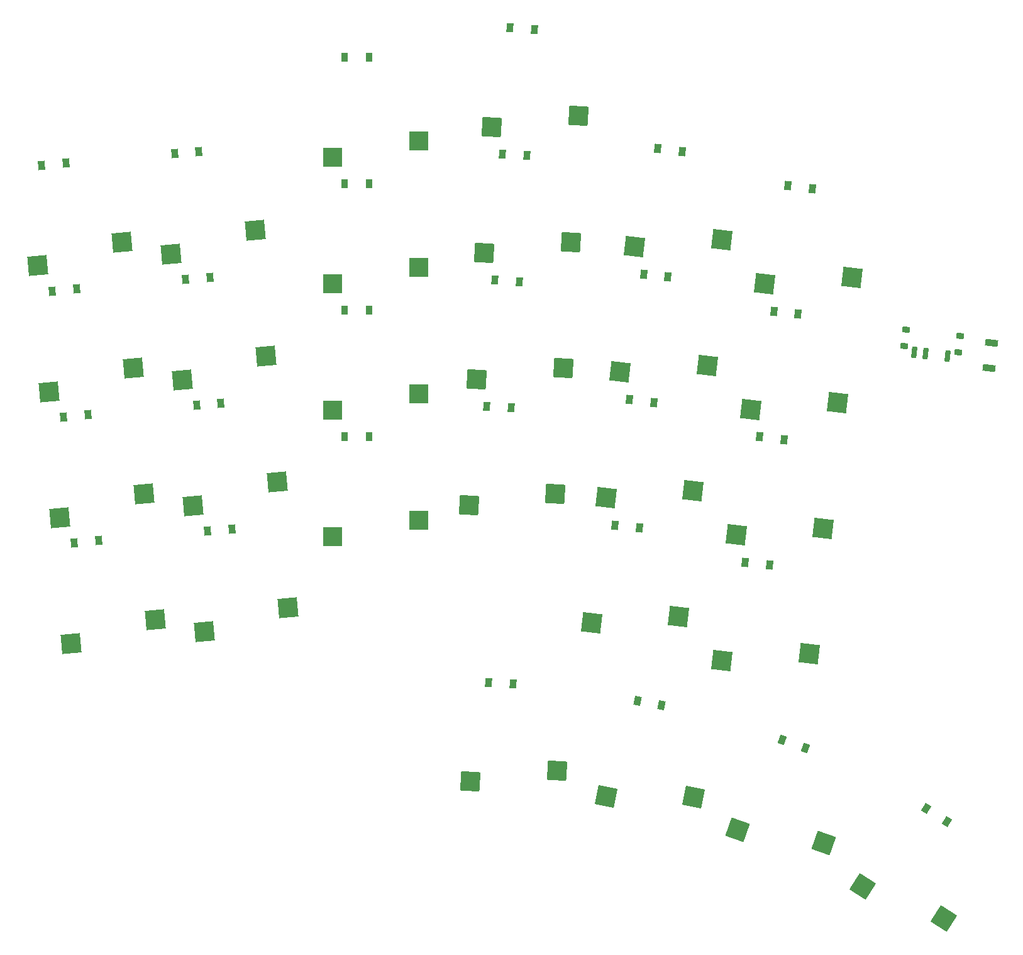
<source format=gbr>
%TF.GenerationSoftware,KiCad,Pcbnew,8.0.5-8.0.5-0~ubuntu22.04.1*%
%TF.CreationDate,2024-10-08T22:05:51+02:00*%
%TF.ProjectId,KeyboardV0,4b657962-6f61-4726-9456-302e6b696361,v1.0.0*%
%TF.SameCoordinates,Original*%
%TF.FileFunction,Paste,Top*%
%TF.FilePolarity,Positive*%
%FSLAX46Y46*%
G04 Gerber Fmt 4.6, Leading zero omitted, Abs format (unit mm)*
G04 Created by KiCad (PCBNEW 8.0.5-8.0.5-0~ubuntu22.04.1) date 2024-10-08 22:05:51*
%MOMM*%
%LPD*%
G01*
G04 APERTURE LIST*
G04 Aperture macros list*
%AMRotRect*
0 Rectangle, with rotation*
0 The origin of the aperture is its center*
0 $1 length*
0 $2 width*
0 $3 Rotation angle, in degrees counterclockwise*
0 Add horizontal line*
21,1,$1,$2,0,0,$3*%
G04 Aperture macros list end*
%ADD10RotRect,2.600000X2.600000X176.500000*%
%ADD11RotRect,2.600000X2.600000X173.500000*%
%ADD12R,0.900000X1.200000*%
%ADD13RotRect,0.900000X1.200000X353.500000*%
%ADD14RotRect,0.900000X1.200000X5.000000*%
%ADD15RotRect,2.600000X2.600000X185.000000*%
%ADD16RotRect,0.900000X1.700000X83.500000*%
%ADD17R,2.600000X2.600000*%
%ADD18RotRect,0.900000X1.200000X356.500000*%
%ADD19RotRect,2.600000X2.600000X147.500000*%
%ADD20RotRect,0.900000X1.200000X327.500000*%
%ADD21RotRect,2.600000X2.600000X168.500000*%
%ADD22RotRect,2.600000X2.600000X160.500000*%
%ADD23RotRect,0.700000X1.500000X173.500000*%
%ADD24RotRect,1.000000X0.800000X173.500000*%
%ADD25RotRect,0.900000X1.200000X340.500000*%
%ADD26RotRect,0.900000X1.200000X348.500000*%
G04 APERTURE END LIST*
D10*
%TO.C,S14*%
X204344937Y-116286539D03*
X192682176Y-117777325D03*
%TD*%
D11*
%TO.C,S20*%
X225689220Y-99049781D03*
X213964419Y-99928142D03*
%TD*%
D12*
%TO.C,D9*%
X178254947Y-125486132D03*
X174954947Y-125486128D03*
%TD*%
D13*
%TO.C,D21*%
X232151664Y-142812665D03*
X228872876Y-142439095D03*
%TD*%
D14*
%TO.C,D4*%
X137374204Y-88698738D03*
X134086762Y-88986350D03*
%TD*%
D15*
%TO.C,S5*%
X167330941Y-148565648D03*
X156016636Y-151763929D03*
%TD*%
D14*
%TO.C,D3*%
X138855851Y-105634049D03*
X135568409Y-105921661D03*
%TD*%
D13*
%TO.C,D18*%
X216531434Y-120903570D03*
X213252646Y-120530000D03*
%TD*%
D15*
%TO.C,S6*%
X165849295Y-131630337D03*
X154534990Y-134828618D03*
%TD*%
D10*
%TO.C,S25*%
X203537550Y-170438253D03*
X191874789Y-171929039D03*
%TD*%
D11*
%TO.C,S21*%
X237460540Y-154740317D03*
X225735739Y-155618678D03*
%TD*%
D16*
%TO.C,*%
X261694416Y-116286486D03*
X262079306Y-112908342D03*
%TD*%
D17*
%TO.C,S10*%
X184879947Y-119736131D03*
X173329947Y-121936131D03*
%TD*%
D14*
%TO.C,D8*%
X155305708Y-87129936D03*
X152018266Y-87417548D03*
%TD*%
D13*
%TO.C,D23*%
X236000574Y-109031220D03*
X232721786Y-108657650D03*
%TD*%
D12*
%TO.C,D12*%
X178254946Y-74486137D03*
X174954946Y-74486133D03*
%TD*%
D13*
%TO.C,D17*%
X214606976Y-137794289D03*
X211328188Y-137420719D03*
%TD*%
D11*
%TO.C,S22*%
X239384992Y-137849597D03*
X227660191Y-138727958D03*
%TD*%
%TO.C,S19*%
X223764763Y-115940502D03*
X212039962Y-116818863D03*
%TD*%
D10*
%TO.C,S15*%
X205382763Y-99318251D03*
X193720002Y-100809037D03*
%TD*%
D18*
%TO.C,D14*%
X198419092Y-104653076D03*
X195125246Y-104451616D03*
%TD*%
D11*
%TO.C,S17*%
X219915853Y-149721945D03*
X208191052Y-150600306D03*
%TD*%
D18*
%TO.C,D16*%
X200494742Y-70716494D03*
X197200896Y-70515034D03*
%TD*%
D17*
%TO.C,S9*%
X184879945Y-136736133D03*
X173329945Y-138936133D03*
%TD*%
D19*
%TO.C,S28*%
X255579422Y-190378859D03*
X244656191Y-186028511D03*
%TD*%
D15*
%TO.C,S1*%
X149399439Y-150134451D03*
X138085134Y-153332732D03*
%TD*%
D18*
%TO.C,D15*%
X199456919Y-87684785D03*
X196163073Y-87483325D03*
%TD*%
%TO.C,D25*%
X197611702Y-158804791D03*
X194317856Y-158603331D03*
%TD*%
D13*
%TO.C,D19*%
X218455889Y-104012849D03*
X215177101Y-103639279D03*
%TD*%
D11*
%TO.C,S23*%
X241309448Y-120958875D03*
X229584647Y-121837236D03*
%TD*%
D12*
%TO.C,D11*%
X178254948Y-91486135D03*
X174954948Y-91486131D03*
%TD*%
D20*
%TO.C,D28*%
X256036573Y-177331095D03*
X253253379Y-175558009D03*
%TD*%
D15*
%TO.C,S8*%
X162885999Y-97759715D03*
X151571694Y-100957996D03*
%TD*%
D10*
%TO.C,S16*%
X206420588Y-82349957D03*
X194757827Y-83840743D03*
%TD*%
D21*
%TO.C,S26*%
X221869251Y-174048520D03*
X210112512Y-173901656D03*
%TD*%
D12*
%TO.C,D10*%
X178254946Y-108486137D03*
X174954946Y-108486133D03*
%TD*%
D14*
%TO.C,D6*%
X158269003Y-121000556D03*
X154981561Y-121288168D03*
%TD*%
D13*
%TO.C,D20*%
X220380343Y-87122127D03*
X217101555Y-86748557D03*
%TD*%
D17*
%TO.C,S11*%
X184879948Y-102736131D03*
X173329948Y-104936131D03*
%TD*%
D14*
%TO.C,D5*%
X159750651Y-137935866D03*
X156463209Y-138223478D03*
%TD*%
D15*
%TO.C,S4*%
X144954495Y-99328520D03*
X133640190Y-102526801D03*
%TD*%
D10*
%TO.C,S13*%
X191644351Y-134745619D03*
X203307112Y-133254833D03*
%TD*%
D22*
%TO.C,S27*%
X239437946Y-180244082D03*
X227816062Y-178462421D03*
%TD*%
D14*
%TO.C,D1*%
X141819149Y-139504667D03*
X138531707Y-139792279D03*
%TD*%
%TO.C,D7*%
X156787356Y-104065246D03*
X153499914Y-104352858D03*
%TD*%
D11*
%TO.C,S18*%
X221840310Y-132831223D03*
X210115509Y-133709584D03*
%TD*%
D14*
%TO.C,D2*%
X140337497Y-122569358D03*
X137050055Y-122856970D03*
%TD*%
D11*
%TO.C,S24*%
X243233903Y-104068152D03*
X231509102Y-104946513D03*
%TD*%
D17*
%TO.C,S12*%
X184879946Y-85736132D03*
X173329946Y-87936132D03*
%TD*%
D15*
%TO.C,S2*%
X147917790Y-133199142D03*
X136603485Y-136397423D03*
%TD*%
%TO.C,S3*%
X135121837Y-119462110D03*
X146436142Y-116263829D03*
%TD*%
D23*
%TO.C,*%
X251621241Y-114152452D03*
X253111600Y-114322255D03*
X256092314Y-114661865D03*
D24*
X250554000Y-111152352D03*
X250303821Y-113348144D03*
X257807076Y-111978734D03*
X257556898Y-114174528D03*
%TD*%
D15*
%TO.C,S7*%
X164367645Y-114695027D03*
X153053340Y-117893308D03*
%TD*%
D13*
%TO.C,D22*%
X234076115Y-125921942D03*
X230797327Y-125548372D03*
%TD*%
D18*
%TO.C,D13*%
X197381265Y-121621370D03*
X194087419Y-121419910D03*
%TD*%
D25*
%TO.C,D27*%
X236948275Y-167427891D03*
X233837559Y-166326333D03*
%TD*%
D26*
%TO.C,D26*%
X217620141Y-161703557D03*
X214386389Y-161045645D03*
%TD*%
D13*
%TO.C,D24*%
X237925026Y-92140498D03*
X234646238Y-91766928D03*
%TD*%
M02*

</source>
